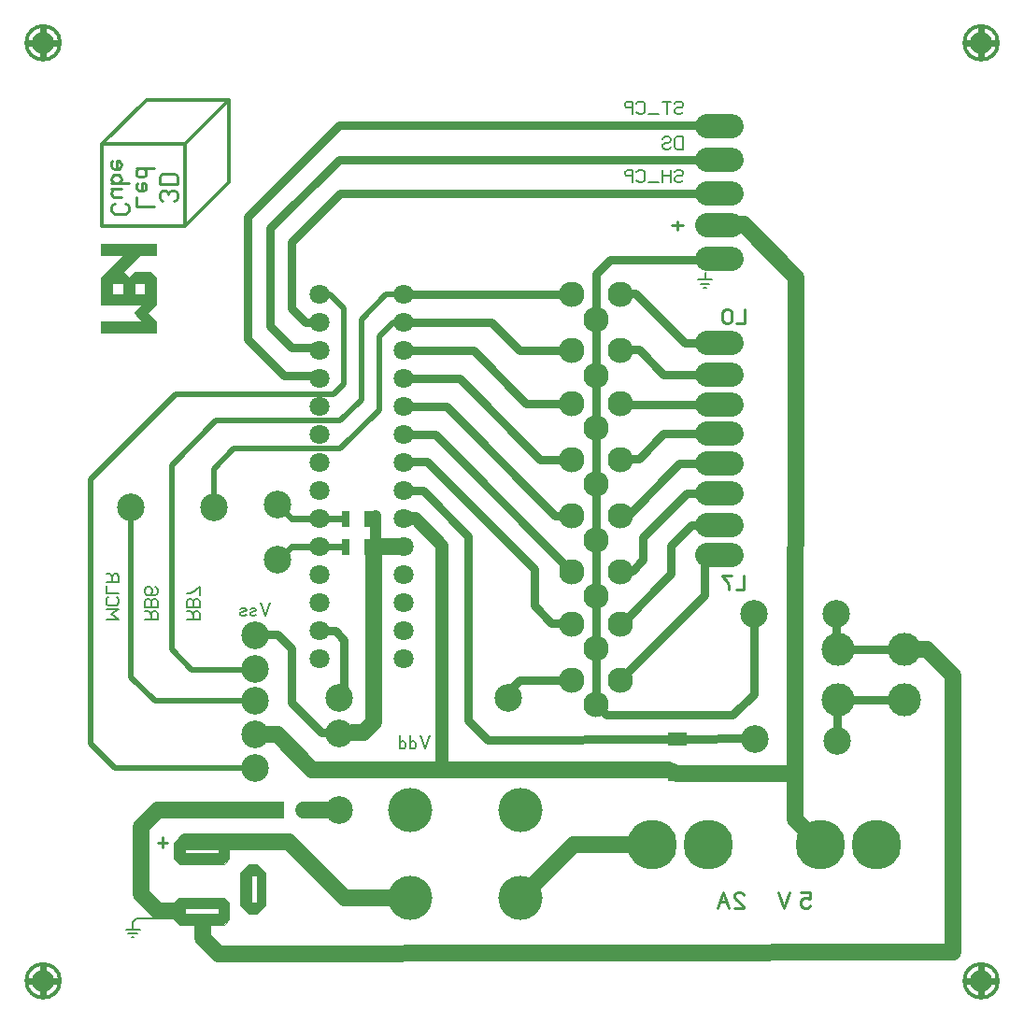
<source format=gbr>
%FSLAX34Y34*%
%MOMM*%
%LNCOPPER_BOTTOM*%
G71*
G01*
%ADD10C, 1.80*%
%ADD11C, 2.50*%
%ADD12C, 2.30*%
%ADD13C, 0.80*%
%ADD14C, 0.60*%
%ADD15C, 1.20*%
%ADD16C, 1.00*%
%ADD17C, 1.50*%
%ADD18C, 2.00*%
%ADD19C, 0.35*%
%ADD20C, 0.00*%
%ADD21C, 0.50*%
%ADD22C, 2.20*%
%ADD23C, 2.50*%
%ADD24R, 1.80X1.30*%
%ADD25C, 0.30*%
%ADD26C, 0.29*%
%ADD27C, 0.25*%
%ADD28C, 0.20*%
%ADD29C, 0.24*%
%ADD30C, 0.21*%
%ADD31C, 0.05*%
%ADD32C, 4.50*%
%ADD33C, 4.00*%
%ADD34C, 3.00*%
%ADD35C, 1.52*%
%LPD*%
X275431Y-253200D02*
G54D10*
D03*
X275431Y-278600D02*
G54D10*
D03*
X275431Y-304000D02*
G54D10*
D03*
X275431Y-329400D02*
G54D10*
D03*
X351631Y-253200D02*
G54D10*
D03*
X351631Y-278600D02*
G54D10*
D03*
X351631Y-304000D02*
G54D10*
D03*
X351631Y-329400D02*
G54D10*
D03*
X275431Y-354800D02*
G54D10*
D03*
X275431Y-380200D02*
G54D10*
D03*
X275431Y-405600D02*
G54D10*
D03*
X351631Y-354800D02*
G54D10*
D03*
X351631Y-380200D02*
G54D10*
D03*
X351631Y-405600D02*
G54D10*
D03*
X275431Y-431000D02*
G54D10*
D03*
X351631Y-431000D02*
G54D10*
D03*
X275431Y-456400D02*
G54D10*
D03*
X275431Y-481800D02*
G54D10*
D03*
X351631Y-456400D02*
G54D10*
D03*
X351631Y-481800D02*
G54D10*
D03*
X351631Y-507200D02*
G54D10*
D03*
X351631Y-532600D02*
G54D10*
D03*
X351631Y-558000D02*
G54D10*
D03*
X351631Y-583400D02*
G54D10*
D03*
X275431Y-507200D02*
G54D10*
D03*
X275431Y-532600D02*
G54D10*
D03*
X275431Y-558000D02*
G54D10*
D03*
X275431Y-583400D02*
G54D10*
D03*
X237331Y-443700D02*
G54D11*
D03*
X237331Y-493700D02*
G54D11*
D03*
X548481Y-253200D02*
G54D12*
D03*
X526256Y-275425D02*
G54D12*
D03*
X504031Y-253200D02*
G54D12*
D03*
X548481Y-304000D02*
G54D12*
D03*
X526256Y-326225D02*
G54D12*
D03*
X504031Y-304000D02*
G54D12*
D03*
X548481Y-351625D02*
G54D12*
D03*
X526256Y-373850D02*
G54D12*
D03*
X504031Y-351625D02*
G54D12*
D03*
X548481Y-402425D02*
G54D12*
D03*
X526256Y-424650D02*
G54D12*
D03*
X504031Y-402425D02*
G54D12*
D03*
X548481Y-453225D02*
G54D12*
D03*
X526256Y-475450D02*
G54D12*
D03*
X504031Y-453225D02*
G54D12*
D03*
X548481Y-504025D02*
G54D12*
D03*
X526256Y-526250D02*
G54D12*
D03*
X504031Y-504025D02*
G54D12*
D03*
X548481Y-551650D02*
G54D12*
D03*
X526256Y-573875D02*
G54D12*
D03*
X504031Y-551650D02*
G54D12*
D03*
X548481Y-602450D02*
G54D12*
D03*
X526256Y-624675D02*
G54D12*
D03*
X504031Y-602450D02*
G54D12*
D03*
G54D13*
X351631Y-253200D02*
X504031Y-253200D01*
G54D14*
X237331Y-494500D02*
X250032Y-481765D01*
X275431Y-481800D01*
G54D14*
X237331Y-443700D02*
X250031Y-456400D01*
X278606Y-456400D01*
G54D13*
X526256Y-275425D02*
X526256Y-326225D01*
X526256Y-373850D01*
X526256Y-424650D01*
X526256Y-475450D01*
X526256Y-526250D01*
X526256Y-573875D01*
X526256Y-624675D01*
G54D13*
X623888Y-325438D02*
X587375Y-325438D01*
X565150Y-303212D01*
X547688Y-303212D01*
G54D13*
X275431Y-278600D02*
X262731Y-278600D01*
X250031Y-265900D01*
X250031Y-205575D01*
X294481Y-161125D01*
X624681Y-161125D01*
G54D13*
X275431Y-300825D02*
X250031Y-300825D01*
X230981Y-281775D01*
X230981Y-192875D01*
X292894Y-130962D01*
X624681Y-130963D01*
G54D13*
X351631Y-329400D02*
X402431Y-329400D01*
X475511Y-402467D01*
X504031Y-402425D01*
G54D13*
X354806Y-354800D02*
X390525Y-354800D01*
X488950Y-453225D01*
X504031Y-453225D01*
G54D13*
X354806Y-380200D02*
X380206Y-380200D01*
X504031Y-504025D01*
G54D13*
X350838Y-404812D02*
X373062Y-404812D01*
X469900Y-501650D01*
X469900Y-534988D01*
X485775Y-550862D01*
X503238Y-550862D01*
G54D13*
X504031Y-351625D02*
X462756Y-351625D01*
X415131Y-304000D01*
X354806Y-304000D01*
G54D13*
X504031Y-304000D02*
X456406Y-304000D01*
X431006Y-278600D01*
X354806Y-278600D01*
G54D13*
X275431Y-326225D02*
X243206Y-326225D01*
X210431Y-293450D01*
X210431Y-182175D01*
X293206Y-99400D01*
X623581Y-99800D01*
G54D15*
X354806Y-456400D02*
X362744Y-456400D01*
X386556Y-480212D01*
X386562Y-683425D01*
G54D16*
X326231Y-453225D02*
X326231Y-481800D01*
G54D17*
X351631Y-481800D02*
X326231Y-481800D01*
G54D14*
X297656Y-481800D02*
X281781Y-481800D01*
X275431Y-481800D01*
G54D17*
X324644Y-481800D02*
X324650Y-640562D01*
X315125Y-650088D01*
X291306Y-650400D01*
X25006Y-875000D02*
G54D18*
D03*
G54D19*
G75*
G01X40256Y-875000D02*
G03X40256Y-875000I-15250J0D01*
G01*
G36*
X12506Y-872500D02*
X17506Y-872500D01*
X17506Y-877500D01*
X10006Y-877500D01*
X10006Y-872500D01*
X12506Y-872500D01*
G37*
G54D20*
X12506Y-872500D02*
X17506Y-872500D01*
X17506Y-877500D01*
X10006Y-877500D01*
X10006Y-872500D01*
X12506Y-872500D01*
G36*
X22506Y-867500D02*
X22506Y-860000D01*
X27506Y-860000D01*
X27506Y-867500D01*
X22506Y-867500D01*
G37*
G54D20*
X22506Y-867500D02*
X22506Y-860000D01*
X27506Y-860000D01*
X27506Y-867500D01*
X22506Y-867500D01*
G36*
X32506Y-872500D02*
X40006Y-872500D01*
X40006Y-877500D01*
X32506Y-877500D01*
X32506Y-872500D01*
G37*
G54D20*
X32506Y-872500D02*
X40006Y-872500D01*
X40006Y-877500D01*
X32506Y-877500D01*
X32506Y-872500D01*
G36*
X22506Y-882500D02*
X22506Y-890000D01*
X27506Y-890000D01*
X27506Y-882500D01*
X22506Y-882500D01*
G37*
G54D20*
X22506Y-882500D02*
X22506Y-890000D01*
X27506Y-890000D01*
X27506Y-882500D01*
X22506Y-882500D01*
X875006Y-875000D02*
G54D18*
D03*
G54D19*
G75*
G01X890256Y-875000D02*
G03X890256Y-875000I-15250J0D01*
G01*
G36*
X862506Y-872500D02*
X867506Y-872500D01*
X867506Y-877500D01*
X860006Y-877500D01*
X860006Y-872500D01*
X862506Y-872500D01*
G37*
G54D20*
X862506Y-872500D02*
X867506Y-872500D01*
X867506Y-877500D01*
X860006Y-877500D01*
X860006Y-872500D01*
X862506Y-872500D01*
G36*
X872506Y-867500D02*
X872506Y-860000D01*
X877506Y-860000D01*
X877506Y-867500D01*
X872506Y-867500D01*
G37*
G54D20*
X872506Y-867500D02*
X872506Y-860000D01*
X877506Y-860000D01*
X877506Y-867500D01*
X872506Y-867500D01*
G36*
X882506Y-872500D02*
X890006Y-872500D01*
X890006Y-877500D01*
X882506Y-877500D01*
X882506Y-872500D01*
G37*
G54D20*
X882506Y-872500D02*
X890006Y-872500D01*
X890006Y-877500D01*
X882506Y-877500D01*
X882506Y-872500D01*
G36*
X872506Y-882500D02*
X872506Y-890000D01*
X877506Y-890000D01*
X877506Y-882500D01*
X872506Y-882500D01*
G37*
G54D20*
X872506Y-882500D02*
X872506Y-890000D01*
X877506Y-890000D01*
X877506Y-882500D01*
X872506Y-882500D01*
X875006Y-25000D02*
G54D18*
D03*
G54D19*
G75*
G01X890256Y-25000D02*
G03X890256Y-25000I-15250J0D01*
G01*
G36*
X862506Y-22500D02*
X867506Y-22500D01*
X867506Y-27500D01*
X860006Y-27500D01*
X860006Y-22500D01*
X862506Y-22500D01*
G37*
G54D20*
X862506Y-22500D02*
X867506Y-22500D01*
X867506Y-27500D01*
X860006Y-27500D01*
X860006Y-22500D01*
X862506Y-22500D01*
G36*
X872506Y-17500D02*
X872506Y-10000D01*
X877506Y-10000D01*
X877506Y-17500D01*
X872506Y-17500D01*
G37*
G54D20*
X872506Y-17500D02*
X872506Y-10000D01*
X877506Y-10000D01*
X877506Y-17500D01*
X872506Y-17500D01*
G36*
X882506Y-22500D02*
X890006Y-22500D01*
X890006Y-27500D01*
X882506Y-27500D01*
X882506Y-22500D01*
G37*
G54D20*
X882506Y-22500D02*
X890006Y-22500D01*
X890006Y-27500D01*
X882506Y-27500D01*
X882506Y-22500D01*
G36*
X872506Y-32500D02*
X872506Y-40000D01*
X877506Y-40000D01*
X877506Y-32500D01*
X872506Y-32500D01*
G37*
G54D20*
X872506Y-32500D02*
X872506Y-40000D01*
X877506Y-40000D01*
X877506Y-32500D01*
X872506Y-32500D01*
X25006Y-25000D02*
G54D18*
D03*
G54D19*
G75*
G01X40256Y-25000D02*
G03X40256Y-25000I-15250J0D01*
G01*
G36*
X12506Y-22500D02*
X17506Y-22500D01*
X17506Y-27500D01*
X10006Y-27500D01*
X10006Y-22500D01*
X12506Y-22500D01*
G37*
G54D20*
X12506Y-22500D02*
X17506Y-22500D01*
X17506Y-27500D01*
X10006Y-27500D01*
X10006Y-22500D01*
X12506Y-22500D01*
G36*
X22506Y-17500D02*
X22506Y-10000D01*
X27506Y-10000D01*
X27506Y-17500D01*
X22506Y-17500D01*
G37*
G54D20*
X22506Y-17500D02*
X22506Y-10000D01*
X27506Y-10000D01*
X27506Y-17500D01*
X22506Y-17500D01*
G36*
X32506Y-22500D02*
X40006Y-22500D01*
X40006Y-27500D01*
X32506Y-27500D01*
X32506Y-22500D01*
G37*
G54D20*
X32506Y-22500D02*
X40006Y-22500D01*
X40006Y-27500D01*
X32506Y-27500D01*
X32506Y-22500D01*
G36*
X22506Y-32500D02*
X22506Y-40000D01*
X27506Y-40000D01*
X27506Y-32500D01*
X22506Y-32500D01*
G37*
G54D20*
X22506Y-32500D02*
X22506Y-40000D01*
X27506Y-40000D01*
X27506Y-32500D01*
X22506Y-32500D01*
G54D13*
X623888Y-379412D02*
X587375Y-379412D01*
X565150Y-401638D01*
X547688Y-401638D01*
G54D13*
X623888Y-406400D02*
X601662Y-406400D01*
X554038Y-454025D01*
X547688Y-454025D01*
G54D13*
X623888Y-433388D02*
X608012Y-433388D01*
X568325Y-473075D01*
X568325Y-493712D01*
X558800Y-503238D01*
X547688Y-503238D01*
G54D13*
X623888Y-461962D02*
X612775Y-461962D01*
X593725Y-481012D01*
X593725Y-506412D01*
X547688Y-552450D01*
G54D13*
X623888Y-352425D02*
X547688Y-352425D01*
G54D13*
X624681Y-221450D02*
X538956Y-221450D01*
X526256Y-234150D01*
X526256Y-275425D01*
G54D13*
X623888Y-296862D02*
X606425Y-296862D01*
X561975Y-252412D01*
X547688Y-252412D01*
G54D13*
X623888Y-487362D02*
X623888Y-525462D01*
X547688Y-601662D01*
G54D14*
X275431Y-456400D02*
X298881Y-456400D01*
G36*
X316381Y-474800D02*
X323381Y-474800D01*
X323381Y-488800D01*
X316381Y-488800D01*
X316381Y-474800D01*
G37*
G36*
X295381Y-474800D02*
X302381Y-474800D01*
X302381Y-488800D01*
X295381Y-488800D01*
X295381Y-474800D01*
G37*
G36*
X316381Y-449400D02*
X323381Y-449400D01*
X323381Y-463400D01*
X316381Y-463400D01*
X316381Y-449400D01*
G37*
G36*
X295381Y-449400D02*
X302381Y-449400D01*
X302381Y-463400D01*
X295381Y-463400D01*
X295381Y-449400D01*
G37*
G54D21*
X351631Y-278600D02*
X342106Y-278600D01*
X329406Y-291300D01*
X329406Y-357975D01*
X294481Y-392900D01*
X197644Y-392900D01*
X179388Y-411162D01*
X179394Y-445775D01*
G54D21*
X351631Y-253200D02*
X335756Y-253200D01*
X313531Y-275425D01*
X313531Y-348450D01*
X294481Y-367500D01*
X181769Y-367500D01*
X141288Y-407988D01*
X141288Y-574675D01*
X159550Y-592938D01*
X216700Y-592938D01*
G54D21*
X275431Y-253200D02*
X284956Y-253200D01*
X297656Y-265900D01*
X297656Y-334162D01*
X288131Y-343688D01*
X145256Y-343688D01*
X68262Y-420688D01*
X68262Y-660400D01*
X89700Y-681838D01*
X216700Y-681838D01*
G54D22*
X649175Y-100800D02*
X627175Y-100800D01*
G54D22*
X649175Y-130963D02*
X627175Y-130963D01*
G54D22*
X649175Y-161125D02*
X627175Y-161125D01*
G54D22*
X649175Y-190494D02*
X627175Y-190494D01*
G54D22*
X649175Y-220656D02*
X627175Y-220656D01*
X216700Y-681838D02*
G54D23*
D03*
X216700Y-651675D02*
G54D23*
D03*
X216700Y-621512D02*
G54D23*
D03*
X216700Y-592144D02*
G54D23*
D03*
X216700Y-561981D02*
G54D23*
D03*
G54D13*
X292900Y-650088D02*
X277025Y-650088D01*
X250038Y-623100D01*
X250038Y-573888D01*
X237338Y-561188D01*
X216700Y-561188D01*
G54D17*
X386562Y-683425D02*
X269088Y-683425D01*
X237338Y-651675D01*
X216700Y-651675D01*
G54D13*
X504031Y-602450D02*
X456412Y-602462D01*
X446888Y-611988D01*
X446888Y-618338D01*
X446888Y-618338D02*
G54D23*
D03*
G54D17*
X624681Y-189700D02*
X659606Y-189700D01*
X707231Y-237325D01*
X706762Y-729000D01*
X729462Y-751688D01*
X600075Y-655638D02*
G54D24*
D03*
X600075Y-688138D02*
G54D24*
D03*
G54D13*
X351631Y-431000D02*
X369094Y-431000D01*
X410369Y-472275D01*
X410369Y-638962D01*
X427831Y-656425D01*
X600075Y-655638D01*
G54D25*
X78519Y-116450D02*
X153519Y-116450D01*
X153519Y-191450D01*
X78519Y-191450D01*
X78519Y-116450D01*
G54D25*
X78519Y-116450D02*
X118519Y-76450D01*
X193519Y-76450D01*
G54D25*
X153519Y-116450D02*
X193519Y-76450D01*
X193519Y-151450D01*
X153519Y-191450D01*
G54D26*
X143541Y-168411D02*
X145541Y-167211D01*
X146541Y-164811D01*
X146541Y-162411D01*
X145541Y-160011D01*
X143541Y-158811D01*
X141541Y-158811D01*
X139541Y-160011D01*
X138541Y-162411D01*
X137541Y-160011D01*
X135541Y-158811D01*
X133541Y-158811D01*
X131541Y-160011D01*
X130541Y-162411D01*
X130541Y-164811D01*
X131541Y-167211D01*
X133541Y-168411D01*
G54D26*
X130541Y-153211D02*
X146541Y-153211D01*
X146541Y-147211D01*
X145541Y-144811D01*
X143541Y-143611D01*
X133541Y-143611D01*
X131541Y-144811D01*
X130541Y-147211D01*
X130541Y-153211D01*
G54D26*
X89721Y-170320D02*
X87721Y-171520D01*
X86721Y-173920D01*
X86721Y-176320D01*
X87721Y-178720D01*
X89721Y-179920D01*
X99721Y-179920D01*
X101721Y-178720D01*
X102721Y-176320D01*
X102721Y-173920D01*
X101721Y-171520D01*
X99721Y-170320D01*
G54D26*
X95721Y-157520D02*
X86721Y-157520D01*
G54D26*
X88721Y-157520D02*
X87121Y-158720D01*
X86721Y-161120D01*
X87121Y-163520D01*
X88721Y-164720D01*
X95721Y-164720D01*
G54D26*
X86721Y-151920D02*
X102721Y-151920D01*
G54D26*
X93121Y-151920D02*
X95121Y-150720D01*
X95721Y-148320D01*
X95121Y-145920D01*
X93121Y-144720D01*
X89121Y-144720D01*
X87121Y-145920D01*
X86721Y-148320D01*
X87121Y-150720D01*
X89121Y-151920D01*
G54D26*
X87721Y-131920D02*
X86721Y-133840D01*
X86721Y-136240D01*
X87721Y-138640D01*
X89721Y-139120D01*
X93121Y-139120D01*
X95121Y-137920D01*
X95721Y-135520D01*
X95121Y-133120D01*
X93721Y-131920D01*
X91721Y-131920D01*
X91721Y-139120D01*
G54D26*
X125276Y-172922D02*
X109276Y-172922D01*
X109276Y-164522D01*
G54D26*
X110276Y-151722D02*
X109276Y-153642D01*
X109276Y-156042D01*
X110276Y-158442D01*
X112276Y-158922D01*
X115676Y-158922D01*
X117676Y-157722D01*
X118276Y-155322D01*
X117676Y-152922D01*
X116276Y-151722D01*
X114276Y-151722D01*
X114276Y-158922D01*
G54D26*
X109276Y-138922D02*
X125276Y-138922D01*
G54D26*
X115676Y-138922D02*
X117676Y-140122D01*
X118276Y-142522D01*
X117676Y-144922D01*
X115676Y-146122D01*
X111676Y-146122D01*
X109676Y-144922D01*
X109276Y-142522D01*
X109676Y-140122D01*
X111676Y-138922D01*
G54D27*
X711840Y-794628D02*
X720374Y-794628D01*
X720374Y-800850D01*
X719307Y-800850D01*
X717174Y-799961D01*
X715040Y-799961D01*
X712907Y-800850D01*
X711840Y-802628D01*
X711840Y-806183D01*
X712907Y-807961D01*
X715040Y-808850D01*
X717174Y-808850D01*
X719307Y-807961D01*
X720374Y-806183D01*
G54D27*
X701672Y-794628D02*
X696338Y-808850D01*
X691005Y-794628D01*
G54D27*
X651538Y-808850D02*
X660072Y-808850D01*
X660072Y-807961D01*
X659005Y-806183D01*
X652605Y-800850D01*
X651538Y-799072D01*
X651538Y-797294D01*
X652605Y-795517D01*
X654738Y-794628D01*
X656872Y-794628D01*
X659005Y-795517D01*
X660072Y-797294D01*
G54D27*
X646560Y-808850D02*
X641227Y-794628D01*
X635894Y-808850D01*
G54D27*
X644427Y-803517D02*
X638027Y-803517D01*
G54D26*
X133210Y-744850D02*
X133210Y-754450D01*
G54D26*
X137210Y-749650D02*
X129210Y-749650D01*
G54D20*
X106272Y-827476D02*
X106272Y-827476D01*
G54D20*
X106472Y-821176D02*
X106472Y-821176D01*
G54D20*
X106472Y-828176D02*
X106472Y-828176D01*
G54D28*
X100172Y-828176D02*
X106472Y-828176D01*
G54D28*
X106472Y-828176D02*
X112772Y-828176D01*
G54D28*
X106472Y-821876D02*
X106472Y-828176D01*
G54D28*
X102172Y-831876D02*
X110172Y-831876D01*
G54D28*
X105372Y-835376D02*
X107372Y-835376D01*
G54D17*
X169862Y-822325D02*
X169862Y-836612D01*
X184150Y-850900D01*
X849312Y-849312D01*
X849312Y-598488D01*
X825500Y-574675D01*
X804862Y-574675D01*
G54D29*
X660400Y-266067D02*
X660400Y-279400D01*
X653400Y-279400D01*
G54D29*
X640733Y-268567D02*
X640733Y-276900D01*
X641733Y-278567D01*
X643733Y-279400D01*
X645733Y-279400D01*
X647733Y-278567D01*
X648733Y-276900D01*
X648733Y-268567D01*
X647733Y-266900D01*
X645733Y-266067D01*
X643733Y-266067D01*
X641733Y-266900D01*
X640733Y-268567D01*
G54D29*
X660251Y-507367D02*
X660251Y-520700D01*
X653251Y-520700D01*
G54D29*
X648584Y-507367D02*
X640584Y-507367D01*
X641584Y-509033D01*
X643584Y-511533D01*
X645584Y-514867D01*
X646584Y-517367D01*
X646584Y-520700D01*
G54D28*
X106514Y-821438D02*
X109689Y-818263D01*
X125563Y-818263D01*
G54D26*
X595041Y-190606D02*
X604641Y-190606D01*
G54D26*
X599841Y-186606D02*
X599841Y-194606D01*
G54D20*
X624697Y-238912D02*
X624697Y-238912D01*
G54D20*
X624897Y-232612D02*
X624897Y-232612D01*
G54D20*
X624897Y-239612D02*
X624897Y-239612D01*
G54D28*
X618597Y-239612D02*
X624897Y-239612D01*
G54D28*
X624897Y-239612D02*
X631197Y-239612D01*
G54D28*
X624897Y-233313D02*
X624897Y-239612D01*
G54D28*
X620597Y-243313D02*
X628597Y-243313D01*
G54D28*
X623797Y-246813D02*
X625797Y-246812D01*
G54D28*
X624881Y-230138D02*
X624882Y-221220D01*
G54D30*
X604475Y-87447D02*
X603608Y-88891D01*
X601875Y-89614D01*
X600141Y-89614D01*
X598408Y-88891D01*
X597541Y-87447D01*
X597541Y-86002D01*
X598408Y-84558D01*
X600141Y-83836D01*
X601875Y-83836D01*
X603608Y-83114D01*
X604475Y-81669D01*
X604475Y-80225D01*
X603608Y-78780D01*
X601875Y-78058D01*
X600141Y-78058D01*
X598408Y-78780D01*
X597541Y-80225D01*
G54D30*
X590031Y-89614D02*
X590031Y-78058D01*
G54D30*
X593498Y-78058D02*
X586564Y-78058D01*
G54D30*
X582521Y-89614D02*
X573854Y-89614D01*
G54D30*
X562876Y-87447D02*
X563743Y-88891D01*
X565476Y-89614D01*
X567210Y-89614D01*
X568943Y-88891D01*
X569810Y-87447D01*
X569810Y-80225D01*
X568943Y-78780D01*
X567210Y-78058D01*
X565476Y-78058D01*
X563743Y-78780D01*
X562876Y-80225D01*
G54D30*
X558833Y-89614D02*
X558833Y-78058D01*
X554499Y-78058D01*
X552766Y-78780D01*
X551899Y-80225D01*
X551899Y-81669D01*
X552766Y-83114D01*
X554499Y-83836D01*
X558833Y-83836D01*
G54D30*
X604476Y-121363D02*
X604476Y-109808D01*
X600142Y-109808D01*
X598409Y-110530D01*
X597542Y-111974D01*
X597542Y-119196D01*
X598409Y-120641D01*
X600142Y-121363D01*
X604476Y-121363D01*
G54D30*
X593499Y-119196D02*
X592632Y-120641D01*
X590899Y-121363D01*
X589165Y-121363D01*
X587432Y-120641D01*
X586565Y-119196D01*
X586565Y-117752D01*
X587432Y-116308D01*
X589165Y-115585D01*
X590899Y-115585D01*
X592632Y-114863D01*
X593499Y-113418D01*
X593499Y-111974D01*
X592632Y-110530D01*
X590899Y-109808D01*
X589165Y-109808D01*
X587432Y-110530D01*
X586565Y-111974D01*
G54D30*
X604475Y-149359D02*
X603608Y-150804D01*
X601875Y-151526D01*
X600141Y-151526D01*
X598408Y-150804D01*
X597541Y-149359D01*
X597541Y-147915D01*
X598408Y-146470D01*
X600141Y-145748D01*
X601875Y-145748D01*
X603608Y-145026D01*
X604475Y-143582D01*
X604475Y-142137D01*
X603608Y-140693D01*
X601875Y-139970D01*
X600141Y-139970D01*
X598408Y-140693D01*
X597541Y-142137D01*
G54D30*
X593498Y-151526D02*
X593498Y-139970D01*
G54D30*
X586564Y-151526D02*
X586564Y-139970D01*
G54D30*
X593498Y-145748D02*
X586564Y-145748D01*
G54D30*
X582521Y-151526D02*
X573854Y-151526D01*
G54D30*
X562876Y-149359D02*
X563743Y-150804D01*
X565476Y-151526D01*
X567210Y-151526D01*
X568943Y-150804D01*
X569810Y-149359D01*
X569810Y-142137D01*
X568943Y-140693D01*
X567210Y-139970D01*
X565476Y-139970D01*
X563743Y-140693D01*
X562876Y-142137D01*
G54D30*
X558833Y-151526D02*
X558833Y-139970D01*
X554499Y-139970D01*
X552766Y-140693D01*
X551899Y-142137D01*
X551899Y-143582D01*
X552766Y-145026D01*
X554499Y-145748D01*
X558833Y-145748D01*
G54D30*
X230988Y-532170D02*
X226654Y-543725D01*
X222321Y-532170D01*
G54D30*
X218276Y-543003D02*
X216543Y-543725D01*
X214810Y-543725D01*
X213076Y-543003D01*
X213076Y-541558D01*
X213943Y-540836D01*
X217410Y-540114D01*
X218276Y-539392D01*
X218276Y-537947D01*
X216543Y-537225D01*
X214810Y-537225D01*
X213076Y-537947D01*
G54D30*
X209032Y-543003D02*
X207299Y-543725D01*
X205566Y-543725D01*
X203832Y-543003D01*
X203832Y-541558D01*
X204699Y-540836D01*
X208166Y-540114D01*
X209032Y-539392D01*
X209032Y-537947D01*
X207299Y-537225D01*
X205566Y-537225D01*
X203832Y-537947D01*
G54D30*
X160910Y-543678D02*
X159466Y-541078D01*
X158021Y-540212D01*
X155132Y-540212D01*
G54D30*
X155132Y-547145D02*
X166688Y-547145D01*
X166688Y-542812D01*
X165966Y-541078D01*
X164521Y-540212D01*
X163077Y-540212D01*
X161632Y-541078D01*
X160910Y-542812D01*
X160910Y-547145D01*
G54D30*
X155132Y-536168D02*
X166688Y-536168D01*
X166688Y-531835D01*
X165966Y-530101D01*
X164521Y-529235D01*
X163077Y-529235D01*
X161632Y-530101D01*
X160910Y-531835D01*
X160188Y-530101D01*
X158744Y-529235D01*
X157299Y-529235D01*
X155855Y-530101D01*
X155132Y-531835D01*
X155132Y-536168D01*
G54D30*
X160910Y-536168D02*
X160910Y-531835D01*
G54D30*
X166688Y-525191D02*
X166688Y-518258D01*
X165244Y-519124D01*
X163077Y-520858D01*
X160188Y-522591D01*
X158021Y-523458D01*
X155132Y-523458D01*
G54D30*
X122810Y-543679D02*
X121366Y-541079D01*
X119921Y-540212D01*
X117033Y-540212D01*
G54D30*
X117032Y-547146D02*
X128588Y-547146D01*
X128588Y-542812D01*
X127866Y-541079D01*
X126422Y-540212D01*
X124977Y-540212D01*
X123532Y-541079D01*
X122810Y-542812D01*
X122810Y-547146D01*
G54D30*
X117032Y-536168D02*
X128588Y-536168D01*
X128588Y-531835D01*
X127866Y-530102D01*
X126421Y-529235D01*
X124977Y-529235D01*
X123532Y-530102D01*
X122810Y-531835D01*
X122088Y-530102D01*
X120644Y-529235D01*
X119199Y-529235D01*
X117755Y-530102D01*
X117033Y-531835D01*
X117032Y-536168D01*
G54D30*
X122810Y-536168D02*
X122810Y-531835D01*
G54D30*
X126421Y-518258D02*
X127866Y-519125D01*
X128588Y-520858D01*
X128588Y-522592D01*
X127866Y-524325D01*
X126421Y-525192D01*
X122810Y-525192D01*
X122088Y-525192D01*
X123532Y-522592D01*
X123533Y-520858D01*
X122810Y-519125D01*
X121366Y-518258D01*
X119199Y-518258D01*
X117755Y-519125D01*
X117032Y-520858D01*
X117032Y-522592D01*
X117755Y-524325D01*
X119199Y-525192D01*
X122810Y-525192D01*
G54D30*
X375450Y-652820D02*
X371117Y-664375D01*
X366783Y-652820D01*
G54D30*
X357539Y-664375D02*
X357539Y-652820D01*
G54D30*
X357539Y-659753D02*
X358406Y-658308D01*
X360139Y-657875D01*
X361872Y-658308D01*
X362739Y-659753D01*
X362739Y-662642D01*
X361872Y-664086D01*
X360139Y-664375D01*
X358406Y-664086D01*
X357539Y-662642D01*
G54D30*
X348295Y-664375D02*
X348295Y-652820D01*
G54D30*
X348295Y-659753D02*
X349162Y-658308D01*
X350895Y-657875D01*
X352628Y-658308D01*
X353495Y-659753D01*
X353495Y-662642D01*
X352628Y-664086D01*
X350895Y-664375D01*
X349162Y-664086D01*
X348295Y-662642D01*
G54D30*
X82106Y-547144D02*
X93662Y-547144D01*
X86440Y-542811D01*
X93662Y-538478D01*
X82107Y-538478D01*
G54D30*
X84273Y-527500D02*
X82829Y-528367D01*
X82106Y-530100D01*
X82106Y-531834D01*
X82829Y-533567D01*
X84273Y-534434D01*
X91495Y-534433D01*
X92940Y-533567D01*
X93662Y-531834D01*
X93662Y-530100D01*
X92940Y-528367D01*
X91495Y-527500D01*
G54D30*
X93662Y-523456D02*
X82106Y-523456D01*
X82106Y-517390D01*
G54D30*
X87884Y-509879D02*
X86440Y-507279D01*
X84995Y-506412D01*
X82107Y-506412D01*
G54D30*
X82107Y-513346D02*
X93662Y-513345D01*
X93662Y-509012D01*
X92940Y-507279D01*
X91495Y-506412D01*
X90051Y-506412D01*
X88607Y-507279D01*
X87884Y-509012D01*
X87884Y-513346D01*
G36*
X127506Y-262500D02*
X115006Y-262498D01*
X107506Y-270000D01*
X117506Y-272500D01*
X127506Y-262500D01*
G37*
G54D20*
X127506Y-262500D02*
X115006Y-262498D01*
X107506Y-270000D01*
X117506Y-272500D01*
X127506Y-262500D01*
G36*
X77506Y-262500D02*
X77506Y-252498D01*
X127506Y-252500D01*
X127506Y-262500D01*
X77506Y-262500D01*
G37*
G54D20*
X77506Y-262500D02*
X77506Y-252498D01*
X127506Y-252500D01*
X127506Y-262500D01*
X77506Y-262500D01*
G36*
X107506Y-242498D02*
X107506Y-252498D01*
X97506Y-252498D01*
X97506Y-242498D01*
X107506Y-242498D01*
G37*
G54D20*
X107506Y-242498D02*
X107506Y-252498D01*
X97506Y-252498D01*
X97506Y-242498D01*
X107506Y-242498D01*
G36*
X87506Y-242498D02*
X87506Y-252498D01*
X77506Y-252498D01*
X77506Y-242498D01*
X87506Y-242498D01*
G37*
G54D20*
X87506Y-242498D02*
X87506Y-252498D01*
X77506Y-252498D01*
X77506Y-242498D01*
X87506Y-242498D01*
G36*
X77506Y-242500D02*
X77506Y-237500D01*
X82506Y-232498D01*
X97506Y-232500D01*
X102506Y-237500D01*
X107506Y-232500D01*
X122506Y-232500D01*
X127506Y-237500D01*
X127506Y-242500D01*
X77506Y-242500D01*
G37*
G54D20*
X77506Y-242500D02*
X77506Y-237500D01*
X82506Y-232498D01*
X97506Y-232500D01*
X102506Y-237500D01*
X107506Y-232500D01*
X122506Y-232500D01*
X127506Y-237500D01*
X127506Y-242500D01*
X77506Y-242500D01*
G36*
X77506Y-287500D02*
X77506Y-277498D01*
X127506Y-277500D01*
X127506Y-287500D01*
X77506Y-287500D01*
G37*
G54D20*
X77506Y-287500D02*
X77506Y-277498D01*
X127506Y-277500D01*
X127506Y-287500D01*
X77506Y-287500D01*
G36*
X127506Y-242500D02*
X127506Y-252500D01*
X117506Y-252500D01*
X117506Y-242500D01*
X127506Y-242500D01*
G37*
G54D20*
X127506Y-242500D02*
X127506Y-252500D01*
X117506Y-252500D01*
X117506Y-242500D01*
X127506Y-242500D01*
G36*
X77506Y-217500D02*
X77506Y-207498D01*
X127506Y-207500D01*
X127506Y-217500D01*
X77506Y-217500D01*
G37*
G54D20*
X77506Y-217500D02*
X77506Y-207498D01*
X127506Y-207500D01*
X127506Y-217500D01*
X77506Y-217500D01*
G36*
X127506Y-277500D02*
X115006Y-277500D01*
X107506Y-270000D01*
X117506Y-267498D01*
X127506Y-277500D01*
G37*
G54D20*
X127506Y-277500D02*
X115006Y-277500D01*
X107506Y-270000D01*
X117506Y-267498D01*
X127506Y-277500D01*
G36*
X112506Y-217500D02*
X97506Y-217498D01*
X82506Y-232498D01*
X97506Y-232500D01*
X112506Y-217500D01*
G37*
G54D20*
X112506Y-217500D02*
X97506Y-217498D01*
X82506Y-232498D01*
X97506Y-232500D01*
X112506Y-217500D01*
G36*
X153736Y-814449D02*
X183736Y-814449D01*
X183736Y-809449D01*
X193736Y-809449D01*
X193736Y-819449D01*
X188736Y-824449D01*
X148736Y-824449D01*
X143736Y-819449D01*
X143736Y-809449D01*
X153736Y-809449D01*
X153736Y-814449D01*
G37*
G54D31*
X153736Y-814449D02*
X183736Y-814449D01*
X183736Y-809449D01*
X193736Y-809449D01*
X193736Y-819449D01*
X188736Y-824449D01*
X148736Y-824449D01*
X143736Y-819449D01*
X143736Y-809449D01*
X153736Y-809449D01*
X153736Y-814449D01*
G36*
X143736Y-804449D02*
X143736Y-809449D01*
X193736Y-809449D01*
X193736Y-804449D01*
X188736Y-799449D01*
X148736Y-799449D01*
X143736Y-804449D01*
G37*
G54D31*
X143736Y-804449D02*
X143736Y-809449D01*
X193736Y-809449D01*
X193736Y-804449D01*
X188736Y-799449D01*
X148736Y-799449D01*
X143736Y-804449D01*
G36*
X213736Y-779449D02*
X218736Y-779449D01*
X218736Y-769449D01*
X211236Y-769449D01*
X203736Y-776949D01*
X203736Y-806949D01*
X211236Y-814449D01*
X218736Y-814449D01*
X218736Y-804449D01*
X213736Y-804449D01*
X213736Y-779449D01*
G37*
G54D31*
X213736Y-779449D02*
X218736Y-779449D01*
X218736Y-769449D01*
X211236Y-769449D01*
X203736Y-776949D01*
X203736Y-806949D01*
X211236Y-814449D01*
X218736Y-814449D01*
X218736Y-804449D01*
X213736Y-804449D01*
X213736Y-779449D01*
G36*
X218736Y-769449D02*
X226236Y-776949D01*
X226236Y-806949D01*
X218736Y-814449D01*
X218736Y-769449D01*
G37*
G54D31*
X218736Y-769449D02*
X226236Y-776949D01*
X226236Y-806949D01*
X218736Y-814449D01*
X218736Y-769449D01*
G36*
X153736Y-759449D02*
X183736Y-759449D01*
X183736Y-754449D01*
X193736Y-754449D01*
X193736Y-764449D01*
X188736Y-769449D01*
X148736Y-769449D01*
X143736Y-764449D01*
X143736Y-754449D01*
X153736Y-754449D01*
X153736Y-759449D01*
G37*
G54D31*
X153736Y-759449D02*
X183736Y-759449D01*
X183736Y-754449D01*
X193736Y-754449D01*
X193736Y-764449D01*
X188736Y-769449D01*
X148736Y-769449D01*
X143736Y-764449D01*
X143736Y-754449D01*
X153736Y-754449D01*
X153736Y-759449D01*
G36*
X143736Y-749448D02*
X143736Y-754449D01*
X193736Y-754449D01*
X193736Y-749449D01*
X188736Y-744449D01*
X148736Y-744449D01*
X143736Y-749448D01*
G37*
G54D31*
X143736Y-749448D02*
X143736Y-754449D01*
X193736Y-754449D01*
X193736Y-749449D01*
X188736Y-744449D01*
X148736Y-744449D01*
X143736Y-749448D01*
X779775Y-751700D02*
G54D32*
D03*
X728975Y-751700D02*
G54D32*
D03*
X627375Y-751700D02*
G54D32*
D03*
X576575Y-751700D02*
G54D32*
D03*
X357575Y-720000D02*
G54D33*
D03*
X457575Y-720000D02*
G54D33*
D03*
X457575Y-800000D02*
G54D33*
D03*
X357575Y-800000D02*
G54D33*
D03*
G54D17*
X458000Y-799312D02*
X505625Y-751688D01*
X577062Y-751688D01*
X745338Y-619925D02*
G54D34*
D03*
X745338Y-574925D02*
G54D34*
D03*
X805338Y-619925D02*
G54D34*
D03*
X805338Y-574925D02*
G54D34*
D03*
G54D13*
X745338Y-619925D02*
X805338Y-619925D01*
G54D13*
X745338Y-574925D02*
X802838Y-574925D01*
G54D17*
X153988Y-749300D02*
X247650Y-749300D01*
X298450Y-800100D01*
X357188Y-800100D01*
X669925Y-655638D02*
G54D23*
D03*
G54D13*
X600075Y-655638D02*
X670715Y-654850D01*
X744538Y-657225D02*
G54D23*
D03*
G54D13*
X744538Y-657225D02*
X744538Y-622300D01*
X669135Y-542125D02*
G54D23*
D03*
X743750Y-542138D02*
G54D23*
D03*
G54D13*
X743750Y-542138D02*
X743750Y-573338D01*
X745338Y-574925D01*
G54D13*
X526256Y-624675D02*
X535788Y-634212D01*
X650100Y-634200D01*
X669138Y-615162D01*
X669135Y-542125D01*
G36*
X228150Y-712338D02*
X243350Y-712338D01*
X243350Y-727538D01*
X228150Y-727538D01*
X228150Y-712338D01*
G37*
X261150Y-719938D02*
G54D35*
D03*
X292900Y-719938D02*
G54D23*
D03*
X292894Y-650400D02*
G54D23*
D03*
G54D17*
X261150Y-719938D02*
X292900Y-719938D01*
G54D17*
X235750Y-719938D02*
X129388Y-719938D01*
X113512Y-735812D01*
X113512Y-796138D01*
X129388Y-812012D01*
X146850Y-812012D01*
X292894Y-618650D02*
G54D23*
D03*
G54D13*
X292894Y-618650D02*
X297661Y-613893D01*
X297656Y-565944D01*
X289725Y-558012D01*
X275431Y-558000D01*
G54D17*
X706438Y-687388D02*
X600081Y-687400D01*
X591350Y-683425D01*
X386562Y-683425D01*
X179394Y-445775D02*
G54D23*
D03*
X104775Y-446088D02*
G54D23*
D03*
G54D21*
X216700Y-621512D02*
X126212Y-621512D01*
X104775Y-600075D01*
X104775Y-446088D01*
G54D22*
X649175Y-379412D02*
X627175Y-379412D01*
G54D22*
X649175Y-406400D02*
X627175Y-406400D01*
G54D22*
X649175Y-433388D02*
X627175Y-433388D01*
G54D22*
X649175Y-461962D02*
X627175Y-461962D01*
G54D22*
X649175Y-488950D02*
X627175Y-488950D01*
G54D22*
X649175Y-352425D02*
X627175Y-352425D01*
G54D22*
X649175Y-325438D02*
X627175Y-325438D01*
G54D22*
X649175Y-296862D02*
X627175Y-296862D01*
M02*

</source>
